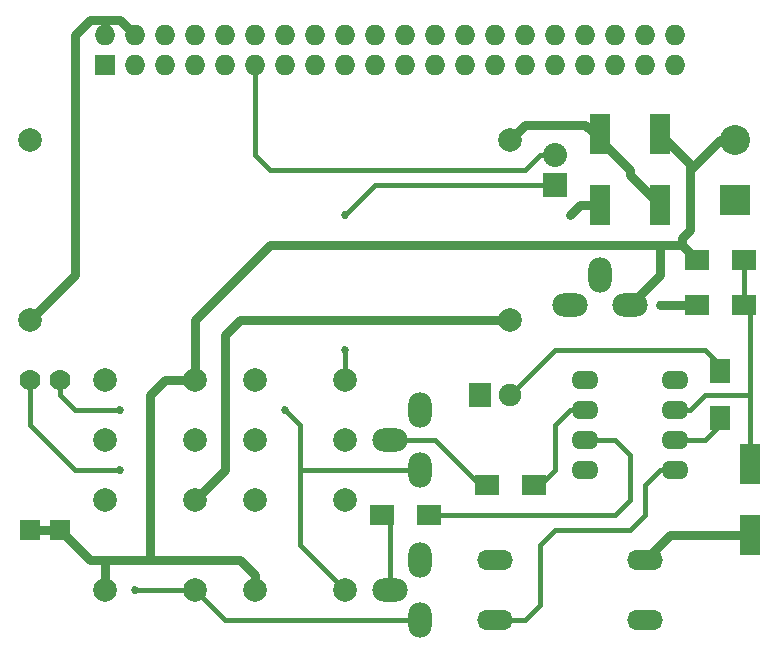
<source format=gbr>
G04 #@! TF.FileFunction,Copper,L1,Top,Signal*
%FSLAX46Y46*%
G04 Gerber Fmt 4.6, Leading zero omitted, Abs format (unit mm)*
G04 Created by KiCad (PCBNEW 4.0.4+e1-6308~48~ubuntu16.04.1-stable) date Fri Sep  9 22:58:31 2016*
%MOMM*%
%LPD*%
G01*
G04 APERTURE LIST*
%ADD10C,0.100000*%
%ADD11R,1.727200X1.727200*%
%ADD12O,1.727200X1.727200*%
%ADD13C,2.000000*%
%ADD14R,1.900000X2.000000*%
%ADD15C,1.900000*%
%ADD16C,1.778000*%
%ADD17R,1.778000X1.778000*%
%ADD18O,2.300000X1.600000*%
%ADD19R,2.032000X2.032000*%
%ADD20O,2.032000X2.032000*%
%ADD21R,2.540000X2.540000*%
%ADD22C,2.540000*%
%ADD23O,2.999740X1.998980*%
%ADD24O,1.998980X2.999740*%
%ADD25O,3.048000X1.727200*%
%ADD26R,1.800860X3.500120*%
%ADD27R,1.700000X2.000000*%
%ADD28R,2.000000X1.700000*%
%ADD29C,0.685800*%
%ADD30C,0.381000*%
%ADD31C,0.762000*%
G04 APERTURE END LIST*
D10*
D11*
X46990000Y-45720000D03*
D12*
X46990000Y-43180000D03*
X49530000Y-45720000D03*
X49530000Y-43180000D03*
X52070000Y-45720000D03*
X52070000Y-43180000D03*
X54610000Y-45720000D03*
X54610000Y-43180000D03*
X57150000Y-45720000D03*
X57150000Y-43180000D03*
X59690000Y-45720000D03*
X59690000Y-43180000D03*
X62230000Y-45720000D03*
X62230000Y-43180000D03*
X64770000Y-45720000D03*
X64770000Y-43180000D03*
X67310000Y-45720000D03*
X67310000Y-43180000D03*
X69850000Y-45720000D03*
X69850000Y-43180000D03*
X72390000Y-45720000D03*
X72390000Y-43180000D03*
X74930000Y-45720000D03*
X74930000Y-43180000D03*
X77470000Y-45720000D03*
X77470000Y-43180000D03*
X80010000Y-45720000D03*
X80010000Y-43180000D03*
X82550000Y-45720000D03*
X82550000Y-43180000D03*
X85090000Y-45720000D03*
X85090000Y-43180000D03*
X87630000Y-45720000D03*
X87630000Y-43180000D03*
X90170000Y-45720000D03*
X90170000Y-43180000D03*
X92710000Y-45720000D03*
X92710000Y-43180000D03*
X95250000Y-45720000D03*
X95250000Y-43180000D03*
D13*
X40640000Y-67310000D03*
X81280000Y-67310000D03*
X40640000Y-52070000D03*
X81280000Y-52070000D03*
D14*
X78740000Y-73660000D03*
D15*
X81280000Y-73660000D03*
D16*
X40640000Y-72390000D03*
D17*
X40640000Y-85090000D03*
D16*
X43180000Y-72390000D03*
D17*
X43180000Y-85090000D03*
D18*
X87630000Y-72390000D03*
X87630000Y-74930000D03*
X87630000Y-77470000D03*
X87630000Y-80010000D03*
X95250000Y-80010000D03*
X95250000Y-77470000D03*
X95250000Y-74930000D03*
X95250000Y-72390000D03*
D19*
X85090000Y-55880000D03*
D20*
X85090000Y-53340000D03*
D21*
X100330000Y-57150000D03*
D22*
X100330000Y-52070000D03*
D23*
X71120000Y-90170000D03*
D24*
X73660000Y-92710000D03*
X73660000Y-87630000D03*
D23*
X71120000Y-77470000D03*
D24*
X73660000Y-80010000D03*
X73660000Y-74930000D03*
D13*
X54610000Y-72390000D03*
X54610000Y-77470000D03*
X54610000Y-82550000D03*
X46990000Y-72390000D03*
X46990000Y-77470000D03*
X46990000Y-82550000D03*
X46990000Y-90170000D03*
X54610000Y-90170000D03*
X67310000Y-72390000D03*
X67310000Y-77470000D03*
X67310000Y-82550000D03*
X59690000Y-72390000D03*
X59690000Y-77470000D03*
X59690000Y-82550000D03*
X59690000Y-90170000D03*
X67310000Y-90170000D03*
D25*
X92710000Y-87630000D03*
X92710000Y-92710000D03*
X80010000Y-87630000D03*
X80010000Y-92710000D03*
D24*
X88900000Y-63500000D03*
D23*
X86360000Y-66040000D03*
X91440000Y-66040000D03*
D26*
X101600000Y-85549740D03*
X101600000Y-79550260D03*
X93980000Y-57609740D03*
X93980000Y-51610260D03*
X88900000Y-51610260D03*
X88900000Y-57609740D03*
D27*
X99060000Y-75660000D03*
X99060000Y-71660000D03*
D28*
X97060000Y-62230000D03*
X101060000Y-62230000D03*
X101060000Y-66040000D03*
X97060000Y-66040000D03*
X74390000Y-83820000D03*
X70390000Y-83820000D03*
X79280000Y-81280000D03*
X83280000Y-81280000D03*
D29*
X93980000Y-66040000D03*
X91440000Y-54610000D03*
X86360000Y-58420000D03*
X49530000Y-90170000D03*
X48260000Y-80010000D03*
X62230000Y-74930000D03*
X48260000Y-74930000D03*
X67310000Y-58420000D03*
X67310000Y-69850000D03*
D30*
X95250000Y-74930000D02*
X96520000Y-74930000D01*
X97790000Y-73660000D02*
X101600000Y-73660000D01*
X96520000Y-74930000D02*
X97790000Y-73660000D01*
X101060000Y-62230000D02*
X101060000Y-66040000D01*
X101600000Y-79550260D02*
X101600000Y-74930000D01*
X101600000Y-74930000D02*
X101600000Y-73660000D01*
X101600000Y-73660000D02*
X101600000Y-66580000D01*
X101600000Y-66580000D02*
X101060000Y-66040000D01*
D31*
X101600000Y-85549740D02*
X94790260Y-85549740D01*
X94790260Y-85549740D02*
X92710000Y-87630000D01*
X88900000Y-51610260D02*
X88440260Y-51610260D01*
X88440260Y-51610260D02*
X87630000Y-50800000D01*
X82550000Y-50800000D02*
X81280000Y-52070000D01*
X87630000Y-50800000D02*
X82550000Y-50800000D01*
X97060000Y-66040000D02*
X93980000Y-66040000D01*
X91440000Y-54610000D02*
X91440000Y-55069740D01*
X91440000Y-55069740D02*
X93980000Y-57609740D01*
X91440000Y-54610000D02*
X88900000Y-52070000D01*
X88900000Y-52070000D02*
X88900000Y-51610260D01*
X87170260Y-57609740D02*
X88900000Y-57609740D01*
X86360000Y-58420000D02*
X87170260Y-57609740D01*
D30*
X81280000Y-73660000D02*
X85090000Y-69850000D01*
X97790000Y-69850000D02*
X99060000Y-71120000D01*
X85090000Y-69850000D02*
X97790000Y-69850000D01*
X99060000Y-71120000D02*
X99060000Y-71660000D01*
X40640000Y-72390000D02*
X40640000Y-76200000D01*
X49530000Y-90170000D02*
X54610000Y-90170000D01*
X44450000Y-80010000D02*
X48260000Y-80010000D01*
X40640000Y-76200000D02*
X44450000Y-80010000D01*
X54610000Y-90170000D02*
X57150000Y-92710000D01*
X57150000Y-92710000D02*
X73660000Y-92710000D01*
D31*
X96520000Y-54610000D02*
X96520000Y-54150260D01*
X96520000Y-54150260D02*
X93980000Y-51610260D01*
X96155000Y-61325000D02*
X95790000Y-60960000D01*
X95790000Y-60960000D02*
X95790000Y-60420000D01*
X96520000Y-54610000D02*
X99060000Y-52070000D01*
X96520000Y-59690000D02*
X96520000Y-54610000D01*
X95790000Y-60420000D02*
X96520000Y-59690000D01*
X99060000Y-52070000D02*
X100330000Y-52070000D01*
X91440000Y-66040000D02*
X93980000Y-63500000D01*
X93980000Y-63500000D02*
X93980000Y-60960000D01*
X54610000Y-72390000D02*
X54610000Y-67310000D01*
X96155000Y-61325000D02*
X97060000Y-62230000D01*
X60960000Y-60960000D02*
X93980000Y-60960000D01*
X93980000Y-60960000D02*
X95790000Y-60960000D01*
X54610000Y-67310000D02*
X60960000Y-60960000D01*
X50800000Y-87630000D02*
X50800000Y-73660000D01*
X52070000Y-72390000D02*
X54610000Y-72390000D01*
X50800000Y-73660000D02*
X52070000Y-72390000D01*
X46990000Y-90170000D02*
X46990000Y-87630000D01*
X40640000Y-85090000D02*
X43180000Y-85090000D01*
X43180000Y-85090000D02*
X45720000Y-87630000D01*
X45720000Y-87630000D02*
X46990000Y-87630000D01*
X46990000Y-87630000D02*
X50800000Y-87630000D01*
X50800000Y-87630000D02*
X58420000Y-87630000D01*
X58420000Y-87630000D02*
X59690000Y-88900000D01*
X59690000Y-88900000D02*
X59690000Y-90170000D01*
D30*
X96520000Y-62230000D02*
X97060000Y-62230000D01*
X43180000Y-72390000D02*
X43180000Y-73660000D01*
X63500000Y-76200000D02*
X63500000Y-80010000D01*
X62230000Y-74930000D02*
X63500000Y-76200000D01*
X44450000Y-74930000D02*
X48260000Y-74930000D01*
X43180000Y-73660000D02*
X44450000Y-74930000D01*
X67310000Y-90170000D02*
X63500000Y-86360000D01*
X63500000Y-86360000D02*
X63500000Y-80010000D01*
X63500000Y-80010000D02*
X73660000Y-80010000D01*
X87630000Y-74930000D02*
X86360000Y-74930000D01*
X85090000Y-80010000D02*
X83820000Y-81280000D01*
X85090000Y-76200000D02*
X85090000Y-80010000D01*
X86360000Y-74930000D02*
X85090000Y-76200000D01*
X83820000Y-81280000D02*
X83280000Y-81280000D01*
X74390000Y-83820000D02*
X90170000Y-83820000D01*
X90170000Y-77470000D02*
X87630000Y-77470000D01*
X91440000Y-78740000D02*
X90170000Y-77470000D01*
X91440000Y-82550000D02*
X91440000Y-78740000D01*
X90170000Y-83820000D02*
X91440000Y-82550000D01*
X80010000Y-92710000D02*
X82550000Y-92710000D01*
X93980000Y-80010000D02*
X95250000Y-80010000D01*
X92710000Y-81280000D02*
X93980000Y-80010000D01*
X92710000Y-83820000D02*
X92710000Y-81280000D01*
X91440000Y-85090000D02*
X92710000Y-83820000D01*
X85090000Y-85090000D02*
X91440000Y-85090000D01*
X83820000Y-86360000D02*
X85090000Y-85090000D01*
X83820000Y-91440000D02*
X83820000Y-86360000D01*
X82550000Y-92710000D02*
X83820000Y-91440000D01*
X95250000Y-77470000D02*
X97790000Y-77470000D01*
X97790000Y-77470000D02*
X99060000Y-76200000D01*
X99060000Y-76200000D02*
X99060000Y-75660000D01*
X67310000Y-72390000D02*
X67310000Y-69850000D01*
X69850000Y-55880000D02*
X85090000Y-55880000D01*
X67310000Y-58420000D02*
X69850000Y-55880000D01*
X85090000Y-53340000D02*
X83820000Y-53340000D01*
X59690000Y-53340000D02*
X59690000Y-45720000D01*
X60960000Y-54610000D02*
X59690000Y-53340000D01*
X82550000Y-54610000D02*
X60960000Y-54610000D01*
X83820000Y-53340000D02*
X82550000Y-54610000D01*
D31*
X46990000Y-43180000D02*
X46990000Y-41910000D01*
X40640000Y-67310000D02*
X44450000Y-63500000D01*
X48260000Y-41910000D02*
X49530000Y-43180000D01*
X45720000Y-41910000D02*
X46990000Y-41910000D01*
X46990000Y-41910000D02*
X48260000Y-41910000D01*
X44450000Y-43180000D02*
X45720000Y-41910000D01*
X44450000Y-63500000D02*
X44450000Y-43180000D01*
D30*
X71120000Y-90170000D02*
X71120000Y-84550000D01*
X71120000Y-84550000D02*
X70390000Y-83820000D01*
X71120000Y-77470000D02*
X74930000Y-77470000D01*
X74930000Y-77470000D02*
X78740000Y-81280000D01*
X78740000Y-81280000D02*
X79280000Y-81280000D01*
D31*
X81280000Y-67310000D02*
X58420000Y-67310000D01*
X57150000Y-80010000D02*
X54610000Y-82550000D01*
X57150000Y-68580000D02*
X57150000Y-80010000D01*
X58420000Y-67310000D02*
X57150000Y-68580000D01*
M02*

</source>
